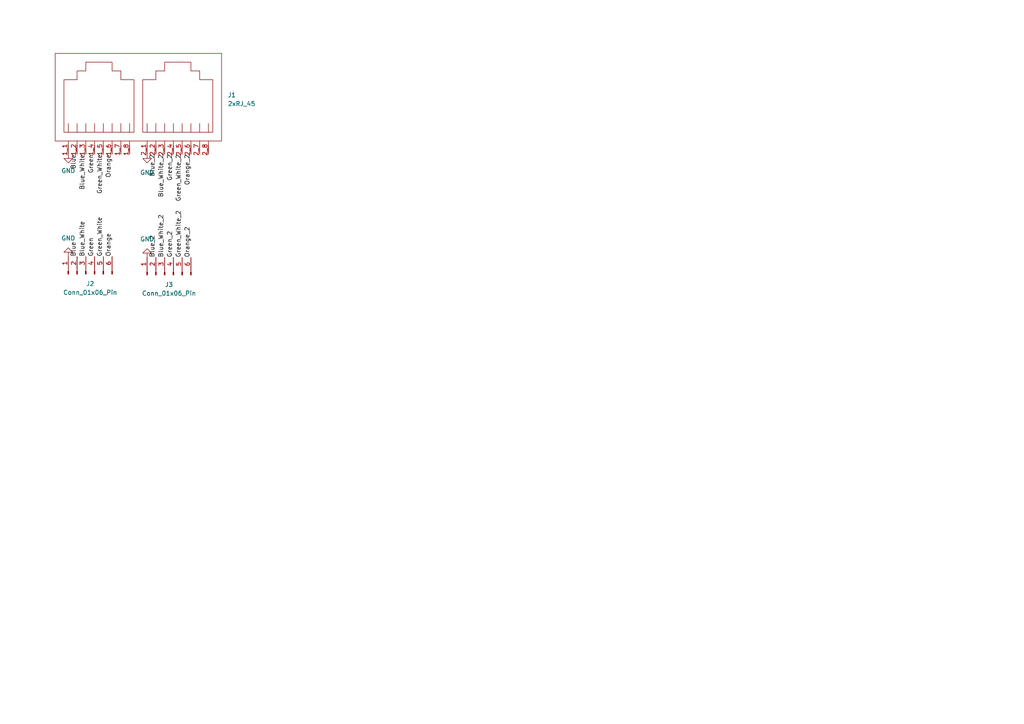
<source format=kicad_sch>
(kicad_sch (version 20230121) (generator eeschema)
  (paper "A4")
  (lib_symbols
    (symbol "Connector:Conn_01x06_Pin" (pin_names (offset 1.016) hide)
      (property "Reference" "J" (at 0 7.62 0))
      (property "Value" "Conn_01x06_Pin" (at 0 -10.16 0))
      (symbol "Conn_01x06_Pin_1_1"
        (polyline (pts (xy 1.27 -7.62) (xy 0.8636 -7.62)) (stroke (width 0.1524)))
        (polyline (pts (xy 1.27 -5.08) (xy 0.8636 -5.08)) (stroke (width 0.1524)))
        (polyline (pts (xy 1.27 -2.54) (xy 0.8636 -2.54)) (stroke (width 0.1524)))
        (polyline (pts (xy 1.27 0) (xy 0.8636 0)) (stroke (width 0.1524)))
        (polyline (pts (xy 1.27 2.54) (xy 0.8636 2.54)) (stroke (width 0.1524)))
        (polyline (pts (xy 1.27 5.08) (xy 0.8636 5.08)) (stroke (width 0.1524)))
        (rectangle (start 0.8636 -7.493) (end 0 -7.747) (stroke (width 0.1524)) (fill (type outline)))
        (rectangle (start 0.8636 -4.953) (end 0 -5.207) (stroke (width 0.1524)) (fill (type outline)))
        (rectangle (start 0.8636 -2.413) (end 0 -2.667) (stroke (width 0.1524)) (fill (type outline)))
        (rectangle (start 0.8636 0.127) (end 0 -0.127) (stroke (width 0.1524)) (fill (type outline)))
        (rectangle (start 0.8636 2.667) (end 0 2.413) (stroke (width 0.1524)) (fill (type outline)))
        (rectangle (start 0.8636 5.207) (end 0 4.953) (stroke (width 0.1524)) (fill (type outline)))
        (pin passive line (at 5.08 5.08 180) (length 3.81) (name "Pin_1") (number "1"))
        (pin passive line (at 5.08 2.54 180) (length 3.81) (name "Pin_2") (number "2"))
        (pin passive line (at 5.08 0 180) (length 3.81) (name "Pin_3") (number "3"))
        (pin passive line (at 5.08 -2.54 180) (length 3.81) (name "Pin_4") (number "4"))
        (pin passive line (at 5.08 -5.08 180) (length 3.81) (name "Pin_5") (number "5"))
        (pin passive line (at 5.08 -7.62 180) (length 3.81) (name "Pin_6") (number "6"))
      )
    )
    (symbol "Duel_Ethernet_Port:Duel_Ethernet_Port"
      (property "Reference" "J" (at -10.16 25.4 0))
      (property "Value" "2xRJ_45" (at 10.16 25.4 0))
      (symbol "Duel_Ethernet_Port_0_0"
        (pin passive line (at -15.24 17.78 0) (length 2.54) (name "") (number "1_2"))
        (pin passive line (at -15.24 -5.08 0) (length 2.54) (name "") (number "2_2"))
      )
      (symbol "Duel_Ethernet_Port_0_1"
        (rectangle (start -11.43 24.13) (end 13.97 -24.13))
        (polyline (pts (xy -12.7 -20.32) (xy -11.43 -20.32)))
        (polyline (pts (xy -12.7 -17.78) (xy -11.43 -17.78)))
        (polyline (pts (xy -12.7 -15.24) (xy -11.43 -15.24)))
        (polyline (pts (xy -12.7 -12.7) (xy -11.43 -12.7)))
        (polyline (pts (xy -12.7 -10.16) (xy -11.43 -10.16)))
        (polyline (pts (xy -12.7 -7.62) (xy -11.43 -7.62)))
        (polyline (pts (xy -12.7 -5.08) (xy -11.43 -5.08)))
        (polyline (pts (xy -12.7 -2.54) (xy -11.43 -2.54)))
        (polyline (pts (xy -12.7 2.54) (xy -11.43 2.54)))
        (polyline (pts (xy -12.7 5.08) (xy -11.43 5.08)))
        (polyline (pts (xy -12.7 7.62) (xy -11.43 7.62)))
        (polyline (pts (xy -12.7 10.16) (xy -11.43 10.16)))
        (polyline (pts (xy -12.7 12.7) (xy -11.43 12.7)))
        (polyline (pts (xy -12.7 15.24) (xy -11.43 15.24)))
        (polyline (pts (xy -12.7 17.78) (xy -11.43 17.78)))
        (polyline (pts (xy -12.7 20.32) (xy -11.43 20.32)))
        (polyline (pts (xy -8.89 -17.78) (xy -6.35 -17.78)))
        (polyline (pts (xy -8.89 -12.7) (xy -6.35 -12.7)))
        (polyline (pts (xy -8.89 -7.62) (xy -6.35 -7.62)))
        (polyline (pts (xy -8.89 -2.54) (xy -6.35 -2.54)))
        (polyline (pts (xy -8.89 5.08) (xy -6.35 5.08)))
        (polyline (pts (xy -8.89 10.16) (xy -6.35 10.16)))
        (polyline (pts (xy -8.89 15.24) (xy -6.35 15.24)))
        (polyline (pts (xy -8.89 20.32) (xy -6.35 20.32)))
        (polyline (pts (xy -8.89 -20.32) (xy -6.35 -20.32) (xy -6.35 -20.32)))
        (polyline (pts (xy -8.89 -15.24) (xy -6.35 -15.24) (xy -6.35 -15.24)))
        (polyline (pts (xy -8.89 -10.16) (xy -6.35 -10.16) (xy -6.35 -10.16)))
        (polyline (pts (xy -8.89 -5.08) (xy -6.35 -5.08) (xy -6.35 -5.08)))
        (polyline (pts (xy -8.89 2.54) (xy -6.35 2.54) (xy -6.35 2.54)))
        (polyline (pts (xy -8.89 7.62) (xy -6.35 7.62) (xy -6.35 7.62)))
        (polyline (pts (xy -8.89 12.7) (xy -6.35 12.7) (xy -6.35 12.7)))
        (polyline (pts (xy -8.89 17.78) (xy -6.35 17.78) (xy -6.35 17.78)))
        (polyline (pts (xy -8.89 -1.27) (xy -8.89 -21.59) (xy 6.35 -21.59) (xy 6.35 -17.78) (xy 8.89 -17.78) (xy 8.89 -15.24) (xy 11.43 -15.24) (xy 11.43 -7.62) (xy 8.89 -7.62) (xy 8.89 -5.08) (xy 6.35 -5.08) (xy 6.35 -1.27) (xy -8.89 -1.27)))
        (polyline (pts (xy -8.89 21.59) (xy -8.89 1.27) (xy 6.35 1.27) (xy 6.35 5.08) (xy 8.89 5.08) (xy 8.89 7.62) (xy 11.43 7.62) (xy 11.43 15.24) (xy 8.89 15.24) (xy 8.89 17.78) (xy 6.35 17.78) (xy 6.35 21.59) (xy -8.89 21.59)))
      )
      (symbol "Duel_Ethernet_Port_1_0"
        (pin passive line (at -15.24 20.32 0) (length 2.54) (name "") (number "1_1"))
        (pin passive line (at -15.24 12.7 0) (length 2.54) (name "") (number "1_4"))
        (pin passive line (at -15.24 10.16 0) (length 2.54) (name "") (number "1_5"))
        (pin passive line (at -15.24 5.08 0) (length 2.54) (name "") (number "1_7"))
        (pin passive line (at -15.24 -2.54 0) (length 2.54) (name "") (number "2_1"))
        (pin passive line (at -15.24 -10.16 0) (length 2.54) (name "") (number "2_4"))
        (pin passive line (at -15.24 -12.7 0) (length 2.54) (name "") (number "2_5"))
        (pin passive line (at -15.24 -17.78 0) (length 2.54) (name "") (number "2_7"))
      )
      (symbol "Duel_Ethernet_Port_1_1"
        (pin passive line (at -15.24 15.24 0) (length 2.54) (name "") (number "1_3"))
        (pin passive line (at -15.24 7.62 0) (length 2.54) (name "") (number "1_6"))
        (pin passive line (at -15.24 2.54 0) (length 2.54) (name "") (number "1_8"))
        (pin passive line (at -15.24 -7.62 0) (length 2.54) (name "") (number "2_3"))
        (pin passive line (at -15.24 -15.24 0) (length 2.54) (name "") (number "2_6"))
        (pin passive line (at -15.24 -20.32 0) (length 2.54) (name "") (number "2_8"))
      )
    )
    (symbol "power:GND" (power) (pin_names (offset 0))
      (property "Value" "GND" (at 0 -3.81 0))
      (symbol "GND_0_1"
        (polyline (pts (xy 0 0) (xy 0 -1.27) (xy 1.27 -1.27) (xy 0 -2.54) (xy -1.27 -1.27) (xy 0 -1.27)))
      )
      (symbol "GND_1_1"
        (pin power_in line (at 0 0 270) (length 0) hide (name "GND") (number "1"))
      )
    )
  )
  (label "Orange_2" (at 55.372 74.676 90))
  (label "Green_2" (at 50.292 44.704 270))
  (label "Blue_White_2" (at 47.752 44.704 270))
  (label "Orange_2" (at 55.372 44.704 270))
  (label "Blue_2" (at 45.212 74.676 90))
  (label "Green_White_2" (at 52.832 44.704 270))
  (label "Orange" (at 32.512 74.422 90))
  (label "Blue_2" (at 45.212 44.704 270))
  (label "Blue_White" (at 24.892 44.704 270))
  (label "Green_2" (at 50.292 74.676 90))
  (label "Green_White_2" (at 52.832 74.676 90))
  (label "Blue_White_2" (at 47.752 74.676 90))
  (label "Green" (at 27.432 44.704 270))
  (label "Green" (at 27.432 74.422 90))
  (label "Green_White" (at 29.972 74.422 90))
  (label "Orange" (at 32.512 44.704 270))
  (label "Blue_White" (at 24.892 74.422 90))
  (label "Blue" (at 22.352 44.704 270))
  (label "Green_White" (at 29.972 44.704 270))
  (label "Blue" (at 22.352 74.422 90))
  (symbol (lib_id "power:GND") (at 42.672 74.676 180) (unit 1)
    (property "Reference" "#PWR03" (effects hide))
    (property "Value" "GND" (at 42.672 69.342 0))
  )
  (symbol (lib_id "power:GND") (at 42.672 44.704 0) (unit 1)
    (property "Reference" "#PWR04" (effects hide))
    (property "Value" "GND" (at 42.672 50.038 0))
  )
  (symbol (lib_id "power:GND") (at 19.812 74.422 180) (unit 1)
    (property "Reference" "#PWR02" (effects hide))
    (property "Value" "GND" (at 19.812 69.088 0))
  )
  (symbol (lib_id "Connector:Conn_01x06_Pin") (at 24.892 79.502 90) (unit 1)
    (property "Reference" "J2" (at 26.162 82.296 90))
    (property "Value" "Conn_01x06_Pin" (at 26.162 84.836 90))
    (property "Footprint" "Connector_PinSocket_2.54mm:PinSocket_1x06_P2.54mm_Vertical" (effects hide))
  )
  (symbol (lib_id "Duel_Ethernet_Port:Duel_Ethernet_Port") (at 40.132 29.464 90) (unit 1)
    (property "Reference" "J1" (at 66.04 27.559 90) (effects (justify right)))
    (property "Value" "2xRJ_45" (at 66.04 30.099 90) (effects (justify right)))
    (property "Footprint" "TE_2xRJ45:TE_2xRJ45" (effects hide))
  )
  (symbol (lib_id "power:GND") (at 19.812 44.704 0) (unit 1)
    (property "Reference" "#PWR01" (effects hide))
    (property "Value" "GND" (at 19.812 49.53 0))
  )
  (symbol (lib_id "Connector:Conn_01x06_Pin") (at 47.752 79.756 90) (unit 1)
    (property "Reference" "J3" (at 49.022 82.55 90))
    (property "Value" "Conn_01x06_Pin" (at 49.022 85.09 90))
    (property "Footprint" "Connector_PinSocket_2.54mm:PinSocket_1x06_P2.54mm_Vertical" (effects hide))
  )
)
</source>
